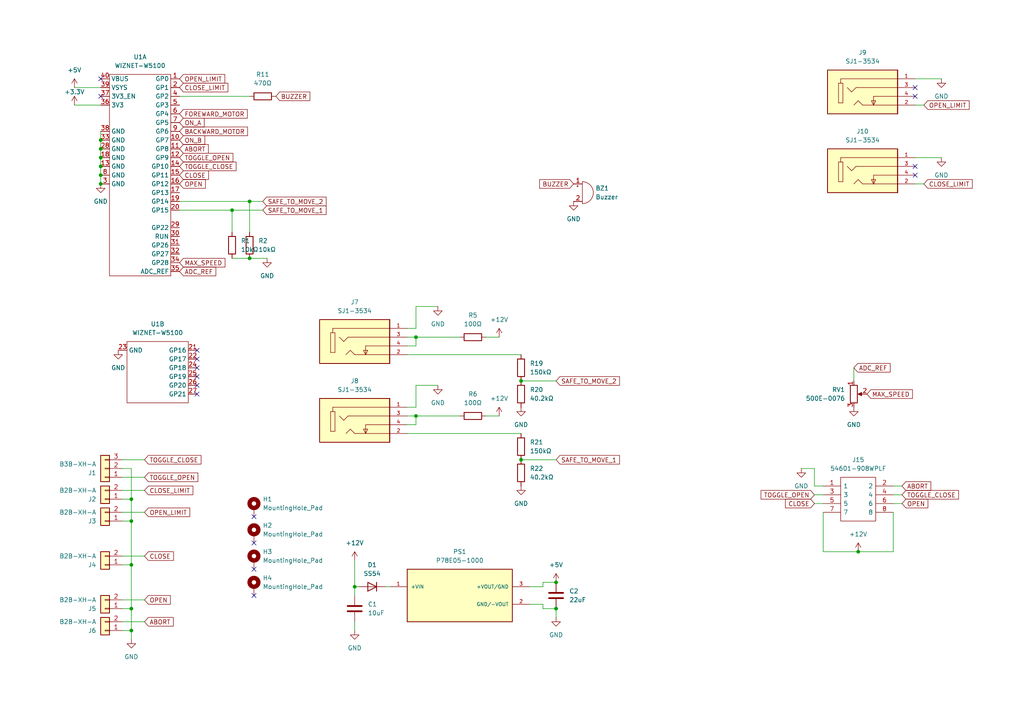
<source format=kicad_sch>
(kicad_sch (version 20211123) (generator eeschema)
  (paper "A4")
  (lib_symbols
    (symbol "01-rickbassham:54601-908WPLF" (pin_names (offset 0.762))
      (property "Reference" "J" (at 16.51 7.62 0))
      (property "Value" "54601-908WPLF" (at 16.51 5.08 0))
      (symbol "54601-908WPLF_0_0"
        (pin passive line (at 0 0 0) (length 5.08) (name "1") (number "1"))
        (pin passive line (at 20.32 0 180) (length 5.08) (name "2") (number "2"))
        (pin passive line (at 0 -2.54 0) (length 5.08) (name "3") (number "3"))
        (pin passive line (at 20.32 -2.54 180) (length 5.08) (name "4") (number "4"))
        (pin passive line (at 0 -5.08 0) (length 5.08) (name "5") (number "5"))
        (pin passive line (at 20.32 -5.08 180) (length 5.08) (name "6") (number "6"))
        (pin passive line (at 0 -7.62 0) (length 5.08) (name "7") (number "7"))
        (pin passive line (at 20.32 -7.62 180) (length 5.08) (name "8") (number "8"))
      )
      (symbol "54601-908WPLF_0_1"
        (polyline (pts (xy 5.08 2.54) (xy 15.24 2.54) (xy 15.24 -10.16) (xy 5.08 -10.16) (xy 5.08 2.54)) (stroke (width 0.1524)))
      )
    )
    (symbol "01-rickbassham:SJ1-3534" (pin_names (offset 1.016) hide)
      (property "Reference" "J" (at -10.16 7.62 0))
      (property "Value" "SJ1-3534" (at -10.16 -12.7 0))
      (symbol "SJ1-3534_0_0"
        (rectangle (start -10.16 -7.62) (end 10.16 5.08) (stroke (width 0.254)) (fill (type background)))
        (polyline (pts (xy -6.985 -4.445) (xy -6.985 1.27)) (stroke (width 0.1524)))
        (polyline (pts (xy -6.985 1.27) (xy -6.35 1.27)) (stroke (width 0.1524)))
        (polyline (pts (xy -6.35 1.27) (xy -5.715 1.27)) (stroke (width 0.1524)))
        (polyline (pts (xy -6.35 2.54) (xy -6.35 1.27)) (stroke (width 0.1524)))
        (polyline (pts (xy -5.715 -4.445) (xy -6.985 -4.445)) (stroke (width 0.1524)))
        (polyline (pts (xy -5.715 1.27) (xy -5.715 -4.445)) (stroke (width 0.1524)))
        (polyline (pts (xy -3.175 -1.27) (xy -4.445 0)) (stroke (width 0.1524)))
        (polyline (pts (xy -1.905 0) (xy -3.175 -1.27)) (stroke (width 0.1524)))
        (polyline (pts (xy -1.27 -3.81) (xy -2.54 -5.08)) (stroke (width 0.1524)))
        (polyline (pts (xy 0 -5.08) (xy -1.27 -3.81)) (stroke (width 0.1524)))
        (polyline (pts (xy 3.175 -5.08) (xy 0 -5.08)) (stroke (width 0.1524)))
        (polyline (pts (xy 3.175 -2.54) (xy 3.175 -5.08)) (stroke (width 0.1524)))
        (polyline (pts (xy 10.16 -7.62) (xy 10.16 5.08)) (stroke (width 0.254)))
        (polyline (pts (xy 10.16 -5.08) (xy 3.175 -5.08)) (stroke (width 0.1524)))
        (polyline (pts (xy 10.16 -2.54) (xy 3.175 -2.54)) (stroke (width 0.1524)))
        (polyline (pts (xy 10.16 0) (xy -1.905 0)) (stroke (width 0.1524)))
        (polyline (pts (xy 10.16 2.54) (xy -6.35 2.54)) (stroke (width 0.1524)))
        (polyline (pts (xy 3.175 -5.08) (xy 2.54 -3.81) (xy 3.81 -3.81) (xy 3.175 -5.08)) (stroke (width 0.1524)) (fill (type background)))
        (pin passive line (at 15.24 2.54 180) (length 5.08) (name "~") (number "1"))
        (pin passive line (at 15.24 -5.08 180) (length 5.08) (name "~") (number "2"))
        (pin passive line (at 15.24 0 180) (length 5.08) (name "~") (number "3"))
        (pin passive line (at 15.24 -2.54 180) (length 5.08) (name "~") (number "4"))
      )
    )
    (symbol "01-rickbassham:WIZNET-W5100"
      (property "Reference" "U" (at 0 0 0))
      (property "Value" "WIZNET-W5100" (at 0 0 0))
      (symbol "WIZNET-W5100_1_1"
        (rectangle (start -8.89 -2.54) (end 8.89 -60.96))
        (pin bidirectional line (at 11.43 -3.81 180) (length 2.54) (name "GP0") (number "1"))
        (pin bidirectional line (at 11.43 -21.59 180) (length 2.54) (name "GP7") (number "10"))
        (pin bidirectional line (at 11.43 -24.13 180) (length 2.54) (name "GP8") (number "11"))
        (pin bidirectional line (at 11.43 -26.67 180) (length 2.54) (name "GP9") (number "12"))
        (pin input line (at -11.43 -29.21 0) (length 2.54) (name "GND") (number "13"))
        (pin bidirectional line (at 11.43 -29.21 180) (length 2.54) (name "GP10") (number "14"))
        (pin bidirectional line (at 11.43 -31.75 180) (length 2.54) (name "GP11") (number "15"))
        (pin bidirectional line (at 11.43 -34.29 180) (length 2.54) (name "GP12") (number "16"))
        (pin bidirectional line (at 11.43 -36.83 180) (length 2.54) (name "GP13") (number "17"))
        (pin input line (at -11.43 -26.67 0) (length 2.54) (name "GND") (number "18"))
        (pin bidirectional line (at 11.43 -39.37 180) (length 2.54) (name "GP14") (number "19"))
        (pin bidirectional line (at 11.43 -6.35 180) (length 2.54) (name "GP1") (number "2"))
        (pin bidirectional line (at 11.43 -41.91 180) (length 2.54) (name "GP15") (number "20"))
        (pin input line (at -11.43 -24.13 0) (length 2.54) (name "GND") (number "28"))
        (pin bidirectional line (at 11.43 -46.99 180) (length 2.54) (name "GP22") (number "29"))
        (pin input line (at -11.43 -34.29 0) (length 2.54) (name "GND") (number "3"))
        (pin bidirectional line (at 11.43 -49.53 180) (length 2.54) (name "RUN") (number "30"))
        (pin bidirectional line (at 11.43 -52.07 180) (length 2.54) (name "GP26") (number "31"))
        (pin bidirectional line (at 11.43 -54.61 180) (length 2.54) (name "GP27") (number "32"))
        (pin input line (at -11.43 -21.59 0) (length 2.54) (name "GND") (number "33"))
        (pin bidirectional line (at 11.43 -57.15 180) (length 2.54) (name "GP28") (number "34"))
        (pin bidirectional line (at 11.43 -59.69 180) (length 2.54) (name "ADC_REF") (number "35"))
        (pin power_out line (at -11.43 -11.43 0) (length 2.54) (name "3V3") (number "36"))
        (pin input line (at -11.43 -8.89 0) (length 2.54) (name "3V3_EN") (number "37"))
        (pin input line (at -11.43 -19.05 0) (length 2.54) (name "GND") (number "38"))
        (pin power_in line (at -11.43 -6.35 0) (length 2.54) (name "VSYS") (number "39"))
        (pin bidirectional line (at 11.43 -8.89 180) (length 2.54) (name "GP2") (number "4"))
        (pin power_in line (at -11.43 -3.81 0) (length 2.54) (name "VBUS") (number "40"))
        (pin bidirectional line (at 11.43 -11.43 180) (length 2.54) (name "GP3") (number "5"))
        (pin bidirectional line (at 11.43 -13.97 180) (length 2.54) (name "GP4") (number "6"))
        (pin bidirectional line (at 11.43 -16.51 180) (length 2.54) (name "GP5") (number "7"))
        (pin input line (at -11.43 -31.75 0) (length 2.54) (name "GND") (number "8"))
        (pin bidirectional line (at 11.43 -19.05 180) (length 2.54) (name "GP6") (number "9"))
      )
      (symbol "WIZNET-W5100_2_1"
        (rectangle (start -8.89 -3.81) (end 8.89 -21.59))
        (pin bidirectional line (at 11.43 -6.35 180) (length 2.54) (name "GP16") (number "21"))
        (pin bidirectional line (at 11.43 -8.89 180) (length 2.54) (name "GP17") (number "22"))
        (pin input line (at -11.43 -6.35 0) (length 2.54) (name "GND") (number "23"))
        (pin bidirectional line (at 11.43 -11.43 180) (length 2.54) (name "GP18") (number "24"))
        (pin bidirectional line (at 11.43 -13.97 180) (length 2.54) (name "GP19") (number "25"))
        (pin bidirectional line (at 11.43 -16.51 180) (length 2.54) (name "GP20") (number "26"))
        (pin bidirectional line (at 11.43 -19.05 180) (length 2.54) (name "GP21") (number "27"))
      )
    )
    (symbol "Connector_Generic:Conn_01x02" (pin_names (offset 1.016) hide)
      (property "Reference" "J" (at 0 2.54 0))
      (property "Value" "Conn_01x02" (at 0 -5.08 0))
      (symbol "Conn_01x02_1_1"
        (rectangle (start -1.27 -2.413) (end 0 -2.667) (stroke (width 0.1524)))
        (rectangle (start -1.27 0.127) (end 0 -0.127) (stroke (width 0.1524)))
        (rectangle (start -1.27 1.27) (end 1.27 -3.81) (stroke (width 0.254)) (fill (type background)))
        (pin passive line (at -5.08 0 0) (length 3.81) (name "Pin_1") (number "1"))
        (pin passive line (at -5.08 -2.54 0) (length 3.81) (name "Pin_2") (number "2"))
      )
    )
    (symbol "Connector_Generic:Conn_01x03" (pin_names (offset 1.016) hide)
      (property "Reference" "J" (at 0 5.08 0))
      (property "Value" "Conn_01x03" (at 0 -5.08 0))
      (symbol "Conn_01x03_1_1"
        (rectangle (start -1.27 -2.413) (end 0 -2.667) (stroke (width 0.1524)))
        (rectangle (start -1.27 0.127) (end 0 -0.127) (stroke (width 0.1524)))
        (rectangle (start -1.27 2.667) (end 0 2.413) (stroke (width 0.1524)))
        (rectangle (start -1.27 3.81) (end 1.27 -3.81) (stroke (width 0.254)) (fill (type background)))
        (pin passive line (at -5.08 2.54 0) (length 3.81) (name "Pin_1") (number "1"))
        (pin passive line (at -5.08 0 0) (length 3.81) (name "Pin_2") (number "2"))
        (pin passive line (at -5.08 -2.54 0) (length 3.81) (name "Pin_3") (number "3"))
      )
    )
    (symbol "Device:Buzzer" (pin_names (offset 0.0254) hide)
      (property "Reference" "BZ" (at 3.81 1.27 0))
      (property "Value" "Buzzer" (at 3.81 -1.27 0))
      (symbol "Buzzer_0_1"
        (arc (start 0 -3.175) (mid 3.175 0) (end 0 3.175))
        (polyline (pts (xy -1.651 1.905) (xy -1.143 1.905)))
        (polyline (pts (xy -1.397 2.159) (xy -1.397 1.651)))
        (polyline (pts (xy 0 3.175) (xy 0 -3.175)))
      )
      (symbol "Buzzer_1_1"
        (pin passive line (at -2.54 2.54 0) (length 2.54) (name "-") (number "1"))
        (pin passive line (at -2.54 -2.54 0) (length 2.54) (name "+") (number "2"))
      )
    )
    (symbol "Device:C" (pin_numbers hide) (pin_names (offset 0.254))
      (property "Reference" "C" (at 0.635 2.54 0))
      (property "Value" "C" (at 0.635 -2.54 0))
      (symbol "C_0_1"
        (polyline (pts (xy -2.032 -0.762) (xy 2.032 -0.762)) (stroke (width 0.508)))
        (polyline (pts (xy -2.032 0.762) (xy 2.032 0.762)) (stroke (width 0.508)))
      )
      (symbol "C_1_1"
        (pin passive line (at 0 3.81 270) (length 2.794) (name "~") (number "1"))
        (pin passive line (at 0 -3.81 90) (length 2.794) (name "~") (number "2"))
      )
    )
    (symbol "Device:R" (pin_numbers hide) (pin_names (offset 0))
      (property "Reference" "R" (at 2.032 0 90))
      (property "Value" "R" (at 0 0 90))
      (symbol "R_0_1"
        (rectangle (start -1.016 -2.54) (end 1.016 2.54) (stroke (width 0.254)))
      )
      (symbol "R_1_1"
        (pin passive line (at 0 3.81 270) (length 1.27) (name "~") (number "1"))
        (pin passive line (at 0 -3.81 90) (length 1.27) (name "~") (number "2"))
      )
    )
    (symbol "Device:R_Potentiometer" (pin_names (offset 1.016) hide)
      (property "Reference" "RV" (at -4.445 0 90))
      (property "Value" "R_Potentiometer" (at -2.54 0 90))
      (symbol "R_Potentiometer_0_1"
        (polyline (pts (xy 2.54 0) (xy 1.524 0)))
        (polyline (pts (xy 1.143 0) (xy 2.286 0.508) (xy 2.286 -0.508) (xy 1.143 0)) (fill (type outline)))
        (rectangle (start 1.016 2.54) (end -1.016 -2.54) (stroke (width 0.254)))
      )
      (symbol "R_Potentiometer_1_1"
        (pin passive line (at 0 3.81 270) (length 1.27) (name "1") (number "1"))
        (pin passive line (at 3.81 0 180) (length 1.27) (name "2") (number "2"))
        (pin passive line (at 0 -3.81 90) (length 1.27) (name "3") (number "3"))
      )
    )
    (symbol "Diode:1N4001" (pin_numbers hide) (pin_names (offset 1.016) hide)
      (property "Reference" "D" (at 0 2.54 0))
      (property "Value" "1N4001" (at 0 -2.54 0))
      (symbol "1N4001_0_1"
        (polyline (pts (xy -1.27 1.27) (xy -1.27 -1.27)) (stroke (width 0.254)))
        (polyline (pts (xy 1.27 0) (xy -1.27 0)))
        (polyline (pts (xy 1.27 1.27) (xy 1.27 -1.27) (xy -1.27 0) (xy 1.27 1.27)) (stroke (width 0.254)))
      )
      (symbol "1N4001_1_1"
        (pin passive line (at -3.81 0 0) (length 2.54) (name "K") (number "1"))
        (pin passive line (at 3.81 0 180) (length 2.54) (name "A") (number "2"))
      )
    )
    (symbol "Mechanical:MountingHole_Pad" (pin_numbers hide) (pin_names (offset 1.016) hide)
      (property "Reference" "H" (at 0 6.35 0))
      (property "Value" "MountingHole_Pad" (at 0 4.445 0))
      (symbol "MountingHole_Pad_0_1"
        (circle (center 0 1.27) (radius 1.27) (stroke (width 1.27)))
      )
      (symbol "MountingHole_Pad_1_1"
        (pin input line (at 0 -2.54 90) (length 2.54) (name "1") (number "1"))
      )
    )
    (symbol "power:+12V" (power) (pin_names (offset 0))
      (property "Value" "+12V" (at 0 3.556 0))
      (symbol "+12V_0_1"
        (polyline (pts (xy -0.762 1.27) (xy 0 2.54)))
        (polyline (pts (xy 0 0) (xy 0 2.54)))
        (polyline (pts (xy 0 2.54) (xy 0.762 1.27)))
      )
      (symbol "+12V_1_1"
        (pin power_in line (at 0 0 90) (length 0) hide (name "+12V") (number "1"))
      )
    )
    (symbol "power:+3.3V" (power) (pin_names (offset 0))
      (property "Value" "+3.3V" (at 0 3.556 0))
      (symbol "+3.3V_0_1"
        (polyline (pts (xy -0.762 1.27) (xy 0 2.54)))
        (polyline (pts (xy 0 0) (xy 0 2.54)))
        (polyline (pts (xy 0 2.54) (xy 0.762 1.27)))
      )
      (symbol "+3.3V_1_1"
        (pin power_in line (at 0 0 90) (length 0) hide (name "+3.3V") (number "1"))
      )
    )
    (symbol "power:+5V" (power) (pin_names (offset 0))
      (property "Value" "+5V" (at 0 3.556 0))
      (symbol "+5V_0_1"
        (polyline (pts (xy -0.762 1.27) (xy 0 2.54)))
        (polyline (pts (xy 0 0) (xy 0 2.54)))
        (polyline (pts (xy 0 2.54) (xy 0.762 1.27)))
      )
      (symbol "+5V_1_1"
        (pin power_in line (at 0 0 90) (length 0) hide (name "+5V") (number "1"))
      )
    )
    (symbol "power:GND" (power) (pin_names (offset 0))
      (property "Value" "GND" (at 0 -3.81 0))
      (symbol "GND_0_1"
        (polyline (pts (xy 0 0) (xy 0 -1.27) (xy 1.27 -1.27) (xy 0 -2.54) (xy -1.27 -1.27) (xy 0 -1.27)))
      )
      (symbol "GND_1_1"
        (pin power_in line (at 0 0 270) (length 0) hide (name "GND") (number "1"))
      )
    )
    (symbol "w5100s-evb-pico:P78E05-1000" (pin_names (offset 1.016))
      (property "Reference" "PS" (at -15.24 7.62 0))
      (property "Value" "P78E05-1000" (at -15.24 -10.16 0))
      (symbol "P78E05-1000_0_0"
        (rectangle (start -15.24 -7.62) (end 15.24 7.62) (stroke (width 0.254)) (fill (type background)))
        (pin input line (at -20.32 2.54 0) (length 5.08) (name "+VIN") (number "1"))
        (pin power_in line (at 20.32 -2.54 180) (length 5.08) (name "GND/-VOUT") (number "2"))
        (pin power_in line (at 20.32 2.54 180) (length 5.08) (name "+VOUT/GND") (number "3"))
      )
    )
  )
  (junction (at 29.21 53.34))
  (junction (at 72.39 58.42))
  (junction (at 161.29 176.53))
  (junction (at 29.21 48.26))
  (junction (at 29.21 43.18))
  (junction (at 29.21 45.72))
  (junction (at 38.1 163.83))
  (junction (at 102.87 170.18))
  (junction (at 38.1 144.78))
  (junction (at 151.13 133.35))
  (junction (at 29.21 40.64))
  (junction (at 161.29 168.91))
  (junction (at 120.65 120.65))
  (junction (at 67.31 60.96))
  (junction (at 29.21 50.8))
  (junction (at 38.1 176.53))
  (junction (at 38.1 151.13))
  (junction (at 151.13 110.49))
  (junction (at 248.92 160.02))
  (junction (at 120.65 97.79))
  (junction (at 72.39 74.93))
  (junction (at 38.1 182.88))
  (no_connect (at 265.43 27.94))
  (no_connect (at 29.21 22.86))
  (no_connect (at 29.21 27.94))
  (no_connect (at 73.66 157.48))
  (no_connect (at 265.43 25.4))
  (no_connect (at 73.66 165.1))
  (no_connect (at 57.15 114.3))
  (no_connect (at 57.15 109.22))
  (no_connect (at 57.15 111.76))
  (no_connect (at 57.15 101.6))
  (no_connect (at 57.15 106.68))
  (no_connect (at 57.15 104.14))
  (no_connect (at 265.43 48.26))
  (no_connect (at 73.66 172.72))
  (no_connect (at 265.43 50.8))
  (no_connect (at 73.66 149.86))
  (wire (pts (xy 35.56 173.99) (xy 41.91 173.99)))
  (wire (pts (xy 151.13 133.35) (xy 161.29 133.35)))
  (wire (pts (xy 265.43 30.48) (xy 267.97 30.48)))
  (wire (pts (xy 118.11 102.87) (xy 151.13 102.87)))
  (wire (pts (xy 265.43 22.86) (xy 273.05 22.86)))
  (wire (pts (xy 38.1 144.78) (xy 38.1 151.13)))
  (wire (pts (xy 259.08 146.05) (xy 261.62 146.05)))
  (wire (pts (xy 259.08 143.51) (xy 261.62 143.51)))
  (wire (pts (xy 72.39 58.42) (xy 76.2 58.42)))
  (wire (pts (xy 35.56 135.89) (xy 38.1 135.89)))
  (wire (pts (xy 118.11 125.73) (xy 151.13 125.73)))
  (wire (pts (xy 38.1 182.88) (xy 38.1 185.42)))
  (wire (pts (xy 118.11 123.19) (xy 120.65 123.19)))
  (wire (pts (xy 120.65 120.65) (xy 133.35 120.65)))
  (wire (pts (xy 265.43 53.34) (xy 267.97 53.34)))
  (wire (pts (xy 29.21 43.18) (xy 29.21 45.72)))
  (wire (pts (xy 29.21 45.72) (xy 29.21 48.26)))
  (wire (pts (xy 29.21 38.1) (xy 29.21 40.64)))
  (wire (pts (xy 120.65 97.79) (xy 133.35 97.79)))
  (wire (pts (xy 35.56 148.59) (xy 41.91 148.59)))
  (wire (pts (xy 102.87 180.34) (xy 102.87 182.88)))
  (wire (pts (xy 72.39 74.93) (xy 77.47 74.93)))
  (wire (pts (xy 118.11 97.79) (xy 120.65 97.79)))
  (wire (pts (xy 236.22 146.05) (xy 238.76 146.05)))
  (wire (pts (xy 265.43 45.72) (xy 273.05 45.72)))
  (wire (pts (xy 120.65 123.19) (xy 120.65 120.65)))
  (wire (pts (xy 118.11 118.11) (xy 120.65 118.11)))
  (wire (pts (xy 153.67 175.26) (xy 157.48 175.26)))
  (wire (pts (xy 118.11 95.25) (xy 120.65 95.25)))
  (wire (pts (xy 161.29 176.53) (xy 161.29 179.07)))
  (wire (pts (xy 157.48 168.91) (xy 161.29 168.91)))
  (wire (pts (xy 35.56 161.29) (xy 41.91 161.29)))
  (wire (pts (xy 157.48 170.18) (xy 157.48 168.91)))
  (wire (pts (xy 35.56 142.24) (xy 41.91 142.24)))
  (wire (pts (xy 157.48 175.26) (xy 157.48 176.53)))
  (wire (pts (xy 238.76 160.02) (xy 248.92 160.02)))
  (wire (pts (xy 35.56 182.88) (xy 38.1 182.88)))
  (wire (pts (xy 35.56 163.83) (xy 38.1 163.83)))
  (wire (pts (xy 52.07 27.94) (xy 72.39 27.94)))
  (wire (pts (xy 140.97 120.65) (xy 144.78 120.65)))
  (wire (pts (xy 67.31 60.96) (xy 76.2 60.96)))
  (wire (pts (xy 120.65 111.76) (xy 127 111.76)))
  (wire (pts (xy 120.65 88.9) (xy 127 88.9)))
  (wire (pts (xy 236.22 140.97) (xy 238.76 140.97)))
  (wire (pts (xy 38.1 163.83) (xy 38.1 176.53)))
  (wire (pts (xy 35.56 151.13) (xy 38.1 151.13)))
  (wire (pts (xy 259.08 140.97) (xy 261.62 140.97)))
  (wire (pts (xy 120.65 100.33) (xy 120.65 97.79)))
  (wire (pts (xy 38.1 135.89) (xy 38.1 144.78)))
  (wire (pts (xy 236.22 143.51) (xy 238.76 143.51)))
  (wire (pts (xy 29.21 40.64) (xy 29.21 43.18)))
  (wire (pts (xy 120.65 95.25) (xy 120.65 88.9)))
  (wire (pts (xy 238.76 148.59) (xy 238.76 160.02)))
  (wire (pts (xy 35.56 133.35) (xy 41.91 133.35)))
  (wire (pts (xy 157.48 176.53) (xy 161.29 176.53)))
  (wire (pts (xy 153.67 170.18) (xy 157.48 170.18)))
  (wire (pts (xy 144.78 97.79) (xy 140.97 97.79)))
  (wire (pts (xy 35.56 144.78) (xy 38.1 144.78)))
  (wire (pts (xy 52.07 60.96) (xy 67.31 60.96)))
  (wire (pts (xy 38.1 176.53) (xy 38.1 182.88)))
  (wire (pts (xy 67.31 74.93) (xy 72.39 74.93)))
  (wire (pts (xy 102.87 170.18) (xy 102.87 172.72)))
  (wire (pts (xy 35.56 138.43) (xy 41.91 138.43)))
  (wire (pts (xy 29.21 50.8) (xy 29.21 53.34)))
  (wire (pts (xy 21.59 30.48) (xy 29.21 30.48)))
  (wire (pts (xy 236.22 140.97) (xy 236.22 135.89)))
  (wire (pts (xy 118.11 120.65) (xy 120.65 120.65)))
  (wire (pts (xy 259.08 148.59) (xy 259.08 160.02)))
  (wire (pts (xy 67.31 60.96) (xy 67.31 67.31)))
  (wire (pts (xy 52.07 58.42) (xy 72.39 58.42)))
  (wire (pts (xy 120.65 118.11) (xy 120.65 111.76)))
  (wire (pts (xy 29.21 48.26) (xy 29.21 50.8)))
  (wire (pts (xy 118.11 100.33) (xy 120.65 100.33)))
  (wire (pts (xy 151.13 110.49) (xy 161.29 110.49)))
  (wire (pts (xy 102.87 162.56) (xy 102.87 170.18)))
  (wire (pts (xy 35.56 180.34) (xy 41.91 180.34)))
  (wire (pts (xy 111.76 170.18) (xy 113.03 170.18)))
  (wire (pts (xy 38.1 151.13) (xy 38.1 163.83)))
  (wire (pts (xy 35.56 176.53) (xy 38.1 176.53)))
  (wire (pts (xy 236.22 135.89) (xy 232.41 135.89)))
  (wire (pts (xy 248.92 160.02) (xy 259.08 160.02)))
  (wire (pts (xy 21.59 25.4) (xy 29.21 25.4)))
  (wire (pts (xy 104.14 170.18) (xy 102.87 170.18)))
  (wire (pts (xy 72.39 58.42) (xy 72.39 67.31)))
  (wire (pts (xy 247.65 106.68) (xy 247.65 110.49)))
  (global_label "FOREWARD_MOTOR" (shape input) (at 52.07 33.02 0) (property "Intersheet References" "${INTERSHEET_REFS}" (effects hide)))
  (global_label "TOGGLE_CLOSE" (shape input) (at 52.07 48.26 0) (property "Intersheet References" "${INTERSHEET_REFS}" (effects hide)))
  (global_label "OPEN" (shape input) (at 261.62 146.05 0) (property "Intersheet References" "${INTERSHEET_REFS}" (effects hide)))
  (global_label "ON_B" (shape input) (at 52.07 40.64 0) (property "Intersheet References" "${INTERSHEET_REFS}" (effects hide)))
  (global_label "ON_A" (shape input) (at 52.07 35.56 0) (property "Intersheet References" "${INTERSHEET_REFS}" (effects hide)))
  (global_label "CLOSE" (shape input) (at 236.22 146.05 180) (property "Intersheet References" "${INTERSHEET_REFS}" (effects hide)))
  (global_label "BUZZER" (shape input) (at 80.01 27.94 0) (property "Intersheet References" "${INTERSHEET_REFS}" (effects hide)))
  (global_label "BUZZER" (shape input) (at 166.37 53.34 180) (property "Intersheet References" "${INTERSHEET_REFS}" (effects hide)))
  (global_label "TOGGLE_CLOSE" (shape input) (at 41.91 133.35 0) (property "Intersheet References" "${INTERSHEET_REFS}" (effects hide)))
  (global_label "ABORT" (shape input) (at 52.07 43.18 0) (property "Intersheet References" "${INTERSHEET_REFS}" (effects hide)))
  (global_label "SAFE_TO_MOVE_2" (shape input) (at 76.2 58.42 0) (property "Intersheet References" "${INTERSHEET_REFS}" (effects hide)))
  (global_label "ABORT" (shape input) (at 41.91 180.34 0) (property "Intersheet References" "${INTERSHEET_REFS}" (effects hide)))
  (global_label "TOGGLE_CLOSE" (shape input) (at 261.62 143.51 0) (property "Intersheet References" "${INTERSHEET_REFS}" (effects hide)))
  (global_label "OPEN_LIMIT" (shape input) (at 267.97 30.48 0) (property "Intersheet References" "${INTERSHEET_REFS}" (effects hide)))
  (global_label "CLOSE_LIMIT" (shape input) (at 41.91 142.24 0) (property "Intersheet References" "${INTERSHEET_REFS}" (effects hide)))
  (global_label "OPEN" (shape input) (at 52.07 53.34 0) (property "Intersheet References" "${INTERSHEET_REFS}" (effects hide)))
  (global_label "OPEN_LIMIT" (shape input) (at 41.91 148.59 0) (property "Intersheet References" "${INTERSHEET_REFS}" (effects hide)))
  (global_label "MAX_SPEED" (shape input) (at 251.46 114.3 0) (property "Intersheet References" "${INTERSHEET_REFS}" (effects hide)))
  (global_label "OPEN_LIMIT" (shape input) (at 52.07 22.86 0) (property "Intersheet References" "${INTERSHEET_REFS}" (effects hide)))
  (global_label "CLOSE_LIMIT" (shape input) (at 267.97 53.34 0) (property "Intersheet References" "${INTERSHEET_REFS}" (effects hide)))
  (global_label "ADC_REF" (shape input) (at 52.07 78.74 0) (property "Intersheet References" "${INTERSHEET_REFS}" (effects hide)))
  (global_label "ADC_REF" (shape input) (at 247.65 106.68 0) (property "Intersheet References" "${INTERSHEET_REFS}" (effects hide)))
  (global_label "OPEN" (shape input) (at 41.91 173.99 0) (property "Intersheet References" "${INTERSHEET_REFS}" (effects hide)))
  (global_label "TOGGLE_OPEN" (shape input) (at 236.22 143.51 180) (property "Intersheet References" "${INTERSHEET_REFS}" (effects hide)))
  (global_label "CLOSE" (shape input) (at 52.07 50.8 0) (property "Intersheet References" "${INTERSHEET_REFS}" (effects hide)))
  (global_label "MAX_SPEED" (shape input) (at 52.07 76.2 0) (property "Intersheet References" "${INTERSHEET_REFS}" (effects hide)))
  (global_label "TOGGLE_OPEN" (shape input) (at 52.07 45.72 0) (property "Intersheet References" "${INTERSHEET_REFS}" (effects hide)))
  (global_label "SAFE_TO_MOVE_1" (shape input) (at 76.2 60.96 0) (property "Intersheet References" "${INTERSHEET_REFS}" (effects hide)))
  (global_label "SAFE_TO_MOVE_2" (shape input) (at 161.29 110.49 0) (property "Intersheet References" "${INTERSHEET_REFS}" (effects hide)))
  (global_label "CLOSE" (shape input) (at 41.91 161.29 0) (property "Intersheet References" "${INTERSHEET_REFS}" (effects hide)))
  (global_label "BACKWARD_MOTOR" (shape input) (at 52.07 38.1 0) (property "Intersheet References" "${INTERSHEET_REFS}" (effects hide)))
  (global_label "CLOSE_LIMIT" (shape input) (at 52.07 25.4 0) (property "Intersheet References" "${INTERSHEET_REFS}" (effects hide)))
  (global_label "TOGGLE_OPEN" (shape input) (at 41.91 138.43 0) (property "Intersheet References" "${INTERSHEET_REFS}" (effects hide)))
  (global_label "SAFE_TO_MOVE_1" (shape input) (at 161.29 133.35 0) (property "Intersheet References" "${INTERSHEET_REFS}" (effects hide)))
  (global_label "ABORT" (shape input) (at 261.62 140.97 0) (property "Intersheet References" "${INTERSHEET_REFS}" (effects hide)))
  (symbol (lib_id "Mechanical:MountingHole_Pad") (at 73.66 147.32 0) (unit 1)
    (property "Reference" "H1" (at 76.2 144.7799 0) (effects (justify left)))
    (property "Value" "MountingHole_Pad" (at 76.2 147.3199 0) (effects (justify left)))
    (property "Footprint" "MountingHole:MountingHole_3.2mm_M3_DIN965_Pad" (effects hide))
  )
  (symbol (lib_id "w5100s-evb-pico:P78E05-1000") (at 133.35 172.72 0) (unit 1)
    (property "Reference" "PS1" (at 133.35 160.02 0))
    (property "Value" "P78E05-1000" (at 133.35 162.56 0))
    (property "Footprint" "01-rickbassham:CONV_P78E05-1000" (effects hide))
    (property "Datasheet" "https://www.cui.com/product/resource/digikeypdf/P78E-1000.pdf" (effects hide))
    (property "PurchaseLink" "https://www.digikey.com/en/products/detail/cui-inc/P78E05-1000/9649654" (effects hide))
    (property "Manufacturer Part" "P78E05-1000" (effects hide))
    (property "DigiKey Part" "102-5018-ND" (effects hide))
  )
  (symbol (lib_id "power:GND") (at 166.37 58.42 0) (unit 1)
    (property "Reference" "#PWR0114" (effects hide))
    (property "Value" "GND" (at 166.37 63.5 0))
  )
  (symbol (lib_id "Connector_Generic:Conn_01x02") (at 30.48 163.83 180) (unit 1)
    (property "Reference" "J4" (at 27.94 163.8301 0) (effects (justify left)))
    (property "Value" "B2B-XH-A" (at 27.94 161.2901 0) (effects (justify left)))
    (property "Footprint" "Connector_JST:JST_XH_B2B-XH-A_1x02_P2.50mm_Vertical" (effects hide))
    (property "Datasheet" "https://www.jst-mfg.com/product/pdf/eng/eXH.pdf" (effects hide))
    (property "PurchaseLink" "https://www.digikey.com/en/products/detail/jst-sales-america-inc/B2B-XH-A-LF-SN/1651045" (effects hide))
    (property "Manufacturer Part" "B2B-XH-A(LF)(SN)" (effects hide))
    (property "DigiKey Part" "455-2247-ND" (effects hide))
  )
  (symbol (lib_id "Mechanical:MountingHole_Pad") (at 73.66 162.56 0) (unit 1)
    (property "Reference" "H3" (at 76.2 160.0199 0) (effects (justify left)))
    (property "Value" "MountingHole_Pad" (at 76.2 162.5599 0) (effects (justify left)))
    (property "Footprint" "MountingHole:MountingHole_3.2mm_M3_DIN965_Pad" (effects hide))
  )
  (symbol (lib_id "01-rickbassham:SJ1-3534") (at 102.87 97.79 0) (unit 1)
    (property "Reference" "J7" (at 102.87 87.63 0))
    (property "Value" "SJ1-3534" (at 102.87 90.17 0))
    (property "Footprint" "01-rickbassham:CUI_SJ1-3534" (effects hide))
    (property "Datasheet" "https://www.cuidevices.com/product/resource/sj1-353x-series.pdf" (effects hide))
    (property "PurchaseLink" "https://www.digikey.com/en/products/detail/cui-devices/SJ1-3534/738694" (effects hide))
    (property "Manufacturer Part" "SJ1-3534" (effects hide))
    (property "DigiKey Part" "CP1-3534-ND" (effects hide))
  )
  (symbol (lib_id "01-rickbassham:SJ1-3534") (at 250.19 48.26 0) (unit 1)
    (property "Reference" "J10" (at 250.19 38.1 0))
    (property "Value" "SJ1-3534" (at 250.19 40.64 0))
    (property "Footprint" "01-rickbassham:CUI_SJ1-3534" (effects hide))
    (property "Datasheet" "https://www.cuidevices.com/product/resource/sj1-353x-series.pdf" (effects hide))
    (property "PurchaseLink" "https://www.digikey.com/en/products/detail/cui-devices/SJ1-3534/738694" (effects hide))
    (property "Manufacturer Part" "SJ1-3534" (effects hide))
    (property "DigiKey Part" "CP1-3534-ND" (effects hide))
  )
  (symbol (lib_id "01-rickbassham:54601-908WPLF") (at 238.76 140.97 0) (unit 1)
    (property "Reference" "J15" (at 248.92 133.35 0))
    (property "Value" "54601-908WPLF" (at 248.92 135.89 0))
    (property "Footprint" "01-rickbassham:54601908WPLF" (effects hide))
    (property "Datasheet" "https://cdn.amphenol-cs.com/media/wysiwyg/files/documentation/datasheet/inputoutput/io_modularjack.pdf" (effects hide))
    (property "PurchaseLink" "https://www.digikey.com/en/products/detail/amphenol-cs-fci/54601-908WPLF/1488544" (effects hide))
    (property "Manufacturer Part" "54601-908WPLF" (effects hide))
    (property "DigiKey Part" "609-5081-ND" (effects hide))
  )
  (symbol (lib_id "Device:C") (at 161.29 172.72 0) (unit 1)
    (property "Reference" "C2" (at 165.1 171.4499 0) (effects (justify left)))
    (property "Value" "22uF" (at 165.1 173.9899 0) (effects (justify left)))
    (property "Footprint" "Capacitor_SMD:C_0603_1608Metric" (effects hide))
    (property "DigiKey Part" "445-173294-1-ND" (effects hide))
    (property "Manufacturer Part" "FG20X7R1C226MRT06" (effects hide))
    (property "PurchaseLink" "https://www.digikey.com/en/products/detail/tdk-corporation/FG20X7R1C226MRT06/5802908" (effects hide))
    (property "LCSC" "C84419" (effects hide))
  )
  (symbol (lib_id "01-rickbassham:SJ1-3534") (at 102.87 120.65 0) (unit 1)
    (property "Reference" "J8" (at 102.87 110.49 0))
    (property "Value" "SJ1-3534" (at 102.87 113.03 0))
    (property "Footprint" "01-rickbassham:CUI_SJ1-3534" (effects hide))
    (property "Datasheet" "https://www.cuidevices.com/product/resource/sj1-353x-series.pdf" (effects hide))
    (property "PurchaseLink" "https://www.digikey.com/en/products/detail/cui-devices/SJ1-3534/738694" (effects hide))
    (property "Manufacturer Part" "SJ1-3534" (effects hide))
    (property "DigiKey Part" "CP1-3534-ND" (effects hide))
  )
  (symbol (lib_id "power:GND") (at 29.21 53.34 0) (unit 1)
    (property "Reference" "#PWR0112" (effects hide))
    (property "Value" "GND" (at 29.21 58.42 0))
  )
  (symbol (lib_id "Device:R") (at 151.13 114.3 180) (unit 1)
    (property "Reference" "R20" (at 153.67 113.0299 0) (effects (justify right)))
    (property "Value" "40.2kΩ" (at 153.67 115.5699 0) (effects (justify right)))
    (property "Footprint" "Resistor_SMD:R_0603_1608Metric" (effects hide))
    (property "LCSC" "C137723" (effects hide))
  )
  (symbol (lib_id "Device:Buzzer") (at 168.91 55.88 0) (unit 1)
    (property "Reference" "BZ1" (at 172.72 54.6099 0) (effects (justify left)))
    (property "Value" "Buzzer" (at 172.72 57.1499 0) (effects (justify left)))
    (property "Footprint" "01-rickbassham:AI-3035-TWT-3V-R" (effects hide))
    (property "Datasheet" "https://api.puiaudio.com/file/bd394950-896c-473e-be1e-e792110a9127.pdf" (effects hide))
    (property "DigiKey Part" "668-1204-ND" (effects hide))
    (property "Manufacturer Part" "AI-3035-TWT-3V-R" (effects hide))
    (property "PurchaseLink" "https://www.digikey.com/en/products/detail/pui-audio-inc/AI-3035-TWT-3V-R/1745457" (effects hide))
  )
  (symbol (lib_id "Connector_Generic:Conn_01x03") (at 30.48 135.89 180) (unit 1)
    (property "Reference" "J1" (at 27.94 137.1601 0) (effects (justify left)))
    (property "Value" "B3B-XH-A" (at 27.94 134.6201 0) (effects (justify left)))
    (property "Footprint" "Connector_JST:JST_XH_B3B-XH-A_1x03_P2.50mm_Vertical" (effects hide))
    (property "Datasheet" "https://www.jst-mfg.com/product/pdf/eng/eXH.pdf" (effects hide))
    (property "PurchaseLink" "https://www.digikey.com/en/products/detail/jst-sales-america-inc/B3B-XH-A-LF-SN/1651046" (effects hide))
    (property "Manufacturer Part" "B3B-XH-A(LF)(SN)" (effects hide))
    (property "DigiKey Part" "455-2248-ND" (effects hide))
  )
  (symbol (lib_id "power:GND") (at 247.65 118.11 0) (unit 1)
    (property "Reference" "#PWR0117" (effects hide))
    (property "Value" "GND" (at 247.65 123.19 0))
  )
  (symbol (lib_id "power:+12V") (at 144.78 120.65 0) (unit 1)
    (property "Reference" "#PWR0129" (effects hide))
    (property "Value" "+12V" (at 144.78 115.57 0))
  )
  (symbol (lib_id "Mechanical:MountingHole_Pad") (at 73.66 170.18 0) (unit 1)
    (property "Reference" "H4" (at 76.2 167.6399 0) (effects (justify left)))
    (property "Value" "MountingHole_Pad" (at 76.2 170.1799 0) (effects (justify left)))
    (property "Footprint" "MountingHole:MountingHole_3.2mm_M3_DIN965_Pad" (effects hide))
  )
  (symbol (lib_id "power:+5V") (at 161.29 168.91 0) (unit 1)
    (property "Reference" "#PWR015" (effects hide))
    (property "Value" "+5V" (at 161.29 163.83 0))
  )
  (symbol (lib_id "01-rickbassham:SJ1-3534") (at 250.19 25.4 0) (unit 1)
    (property "Reference" "J9" (at 250.19 15.24 0))
    (property "Value" "SJ1-3534" (at 250.19 17.78 0))
    (property "Footprint" "01-rickbassham:CUI_SJ1-3534" (effects hide))
    (property "Datasheet" "https://www.cuidevices.com/product/resource/sj1-353x-series.pdf" (effects hide))
    (property "PurchaseLink" "https://www.digikey.com/en/products/detail/cui-devices/SJ1-3534/738694" (effects hide))
    (property "Manufacturer Part" "SJ1-3534" (effects hide))
    (property "DigiKey Part" "CP1-3534-ND" (effects hide))
  )
  (symbol (lib_id "Device:R") (at 76.2 27.94 90) (unit 1)
    (property "Reference" "R11" (at 76.2 21.59 90))
    (property "Value" "470Ω" (at 76.2 24.13 90))
    (property "Footprint" "Resistor_SMD:R_0603_1608Metric" (effects hide))
    (property "Datasheet" "https://www.vishay.com/docs/28766/mbxsma.pdf" (effects hide))
    (property "PurchaseLink" "https://www.digikey.com/en/products/detail/vishay-beyschlag-draloric-bc-components/MBA02040C4700FRP00/333739" (effects hide))
    (property "Manufacturer Part" "MBA02040C4700FRP00" (effects hide))
    (property "DigiKey Part" "BC3516CT-ND" (effects hide))
    (property "LCSC" "C23179" (effects hide))
  )
  (symbol (lib_id "power:+12V") (at 102.87 162.56 0) (unit 1)
    (property "Reference" "#PWR0108" (effects hide))
    (property "Value" "+12V" (at 102.87 157.48 0))
  )
  (symbol (lib_id "Connector_Generic:Conn_01x02") (at 30.48 182.88 180) (unit 1)
    (property "Reference" "J6" (at 27.94 182.8801 0) (effects (justify left)))
    (property "Value" "B2B-XH-A" (at 27.94 180.3401 0) (effects (justify left)))
    (property "Footprint" "Connector_JST:JST_XH_B2B-XH-A_1x02_P2.50mm_Vertical" (effects hide))
    (property "Datasheet" "https://www.jst-mfg.com/product/pdf/eng/eXH.pdf" (effects hide))
    (property "PurchaseLink" "https://www.digikey.com/en/products/detail/jst-sales-america-inc/B2B-XH-A-LF-SN/1651045" (effects hide))
    (property "Manufacturer Part" "B2B-XH-A(LF)(SN)" (effects hide))
    (property "DigiKey Part" "455-2247-ND" (effects hide))
  )
  (symbol (lib_id "power:+12V") (at 144.78 97.79 0) (unit 1)
    (property "Reference" "#PWR0128" (effects hide))
    (property "Value" "+12V" (at 144.78 92.71 0))
  )
  (symbol (lib_id "power:GND") (at 38.1 185.42 0) (unit 1)
    (property "Reference" "#PWR0104" (effects hide))
    (property "Value" "GND" (at 38.1 190.5 0))
  )
  (symbol (lib_id "power:GND") (at 273.05 22.86 0) (unit 1)
    (property "Reference" "#PWR0122" (effects hide))
    (property "Value" "GND" (at 273.05 27.94 0))
  )
  (symbol (lib_id "power:+3.3V") (at 21.59 30.48 0) (unit 1)
    (property "Reference" "#PWR02" (effects hide))
    (property "Value" "+3.3V" (at 21.59 26.67 0))
  )
  (symbol (lib_id "power:GND") (at 151.13 140.97 0) (unit 1)
    (property "Reference" "#PWR0141" (effects hide))
    (property "Value" "GND" (at 151.13 146.05 0))
  )
  (symbol (lib_id "power:+5V") (at 21.59 25.4 0) (unit 1)
    (property "Reference" "#PWR01" (effects hide))
    (property "Value" "+5V" (at 21.59 20.32 0))
  )
  (symbol (lib_id "Device:R") (at 137.16 97.79 90) (unit 1)
    (property "Reference" "R5" (at 137.16 91.44 90))
    (property "Value" "100Ω" (at 137.16 93.98 90))
    (property "Footprint" "Resistor_SMD:R_0603_1608Metric" (effects hide))
    (property "Datasheet" "https://www.vishay.com/docs/28766/mbxsma.pdf" (effects hide))
    (property "PurchaseLink" "https://www.digikey.com/en/products/detail/vishay-beyschlag-draloric-bc-components/MBA02040C1000FCT00/5062182" (effects hide))
    (property "Manufacturer Part" "MBA02040C1000FCT00" (effects hide))
    (property "DigiKey Part" "BC3444CT-ND" (effects hide))
    (property "LCSC" "C22775" (effects hide))
  )
  (symbol (lib_id "power:GND") (at 77.47 74.93 0) (unit 1)
    (property "Reference" "#PWR0110" (effects hide))
    (property "Value" "GND" (at 77.47 80.01 0))
  )
  (symbol (lib_id "power:GND") (at 151.13 118.11 0) (unit 1)
    (property "Reference" "#PWR0115" (effects hide))
    (property "Value" "GND" (at 151.13 123.19 0))
  )
  (symbol (lib_id "power:GND") (at 127 111.76 0) (unit 1)
    (property "Reference" "#PWR0106" (effects hide))
    (property "Value" "GND" (at 127 116.84 0))
  )
  (symbol (lib_id "Device:R_Potentiometer") (at 247.65 114.3 0) (unit 1)
    (property "Reference" "RV1" (at 245.11 113.0299 0) (effects (justify right)))
    (property "Value" "500E-0076" (at 245.11 115.5699 0) (effects (justify right)))
    (property "Footprint" "01-rickbassham:500E−0076" (effects hide))
    (property "Datasheet" "https://www.nteinc.com/pot_web/pdf/63p_equiv.pdf" (effects hide))
    (property "PurchaseLink" "https://www.digikey.com/en/products/detail/bourns-inc/3386P-1-102LF/993042" (effects hide))
    (property "Manufacturer Part" "3386P-1-102LF" (effects hide))
    (property "DigiKey Part" "3386P-102LF-ND" (effects hide))
  )
  (symbol (lib_id "Connector_Generic:Conn_01x02") (at 30.48 151.13 180) (unit 1)
    (property "Reference" "J3" (at 27.94 151.1301 0) (effects (justify left)))
    (property "Value" "B2B-XH-A" (at 27.94 148.5901 0) (effects (justify left)))
    (property "Footprint" "Connector_JST:JST_XH_B2B-XH-A_1x02_P2.50mm_Vertical" (effects hide))
    (property "Datasheet" "https://www.jst-mfg.com/product/pdf/eng/eXH.pdf" (effects hide))
    (property "PurchaseLink" "https://www.digikey.com/en/products/detail/jst-sales-america-inc/B2B-XH-A-LF-SN/1651045" (effects hide))
    (property "Manufacturer Part" "B2B-XH-A(LF)(SN)" (effects hide))
    (property "DigiKey Part" "455-2247-ND" (effects hide))
  )
  (symbol (lib_id "Diode:1N4001") (at 107.95 170.18 180) (unit 1)
    (property "Reference" "D1" (at 107.95 163.83 0))
    (property "Value" "SS54" (at 107.95 166.37 0))
    (property "Footprint" "01-rickbassham:SS54" (effects hide))
    (property "Datasheet" "https://www.vishay.com/docs/88504/1n4001gp.pdf" (effects hide))
    (property "PurchaseLink" "https://www.digikey.com/en/products/detail/vishay-general-semiconductor-diodes-division/1N4001GP-E3-54/2142384" (effects hide))
    (property "Manufacturer Part" "1N4001GP-E3/54" (effects hide))
    (property "DigiKey Part" "1N4001GP-E3/54GICT-ND" (effects hide))
    (property "LCSC" "C22452" (effects hide))
  )
  (symbol (lib_id "Device:R") (at 67.31 71.12 0) (unit 1)
    (property "Reference" "R1" (at 69.85 69.8499 0) (effects (justify left)))
    (property "Value" "10kΩ" (at 69.85 72.3899 0) (effects (justify left)))
    (property "Footprint" "Resistor_SMD:R_0603_1608Metric" (effects hide))
    (property "Datasheet" "https://www.vishay.com/docs/28724/mrs16m25.pdf" (effects hide))
    (property "PurchaseLink" "https://www.digikey.com/en/products/detail/vishay-beyschlag-draloric-bc-components/MRS16000C1002FRP00/5063735" (effects hide))
    (property "Manufacturer Part" "MRS16000C1002FRP00" (effects hide))
    (property "DigiKey Part" "BC3919CT-ND" (effects hide))
    (property "LCSC" "C25804" (effects hide))
  )
  (symbol (lib_id "power:GND") (at 273.05 45.72 0) (unit 1)
    (property "Reference" "#PWR0124" (effects hide))
    (property "Value" "GND" (at 273.05 50.8 0))
  )
  (symbol (lib_id "power:GND") (at 232.41 135.89 0) (unit 1)
    (property "Reference" "#PWR0116" (effects hide))
    (property "Value" "GND" (at 232.41 140.97 0))
  )
  (symbol (lib_id "Connector_Generic:Conn_01x02") (at 30.48 176.53 180) (unit 1)
    (property "Reference" "J5" (at 27.94 176.5301 0) (effects (justify left)))
    (property "Value" "B2B-XH-A" (at 27.94 173.9901 0) (effects (justify left)))
    (property "Footprint" "Connector_JST:JST_XH_B2B-XH-A_1x02_P2.50mm_Vertical" (effects hide))
    (property "Datasheet" "https://www.jst-mfg.com/product/pdf/eng/eXH.pdf" (effects hide))
    (property "PurchaseLink" "https://www.digikey.com/en/products/detail/jst-sales-america-inc/B2B-XH-A-LF-SN/1651045" (effects hide))
    (property "Manufacturer Part" "B2B-XH-A(LF)(SN)" (effects hide))
    (property "DigiKey Part" "455-2247-ND" (effects hide))
  )
  (symbol (lib_id "power:GND") (at 102.87 182.88 0) (unit 1)
    (property "Reference" "#PWR0102" (effects hide))
    (property "Value" "GND" (at 102.87 187.96 0))
  )
  (symbol (lib_id "Device:R") (at 137.16 120.65 90) (unit 1)
    (property "Reference" "R6" (at 137.16 114.3 90))
    (property "Value" "100Ω" (at 137.16 116.84 90))
    (property "Footprint" "Resistor_SMD:R_0603_1608Metric" (effects hide))
    (property "Datasheet" "https://www.vishay.com/docs/28766/mbxsma.pdf" (effects hide))
    (property "PurchaseLink" "https://www.digikey.com/en/products/detail/vishay-beyschlag-draloric-bc-components/MBA02040C1000FCT00/5062182" (effects hide))
    (property "Manufacturer Part" "MBA02040C1000FCT00" (effects hide))
    (property "DigiKey Part" "BC3444CT-ND" (effects hide))
    (property "LCSC" "C22775" (effects hide))
  )
  (symbol (lib_id "01-rickbassham:WIZNET-W5100") (at 40.64 19.05 0) (unit 1)
    (property "Reference" "U1" (at 40.64 16.51 0))
    (property "Value" "WIZNET-W5100" (at 40.64 19.05 0))
    (property "Footprint" "darkdragons:w5100s-evb-pico-no-debug" (effects hide))
  )
  (symbol (lib_id "Device:C") (at 102.87 176.53 0) (unit 1)
    (property "Reference" "C1" (at 106.68 175.2599 0) (effects (justify left)))
    (property "Value" "10uF" (at 106.68 177.7999 0) (effects (justify left)))
    (property "Footprint" "Capacitor_SMD:C_0603_1608Metric" (effects hide))
    (property "DigiKey Part" "445-173297-1-ND" (effects hide))
    (property "Manufacturer Part" "FG20X7R1H106KRT06" (effects hide))
    (property "PurchaseLink" "https://www.digikey.com/en/products/detail/tdk-corporation/FG20X7R1H106KRT06/5802911" (effects hide))
    (property "LCSC" "C96446" (effects hide))
  )
  (symbol (lib_id "power:GND") (at 127 88.9 0) (unit 1)
    (property "Reference" "#PWR0105" (effects hide))
    (property "Value" "GND" (at 127 93.98 0))
  )
  (symbol (lib_id "Device:R") (at 151.13 129.54 180) (unit 1)
    (property "Reference" "R21" (at 153.67 128.2699 0) (effects (justify right)))
    (property "Value" "150kΩ" (at 153.67 130.8099 0) (effects (justify right)))
    (property "Footprint" "Resistor_SMD:R_0603_1608Metric" (effects hide))
    (property "LCSC" "C114660" (effects hide))
  )
  (symbol (lib_id "Connector_Generic:Conn_01x02") (at 30.48 144.78 180) (unit 1)
    (property "Reference" "J2" (at 27.94 144.7801 0) (effects (justify left)))
    (property "Value" "B2B-XH-A" (at 27.94 142.2401 0) (effects (justify left)))
    (property "Footprint" "Connector_JST:JST_XH_B2B-XH-A_1x02_P2.50mm_Vertical" (effects hide))
    (property "Datasheet" "https://www.jst-mfg.com/product/pdf/eng/eXH.pdf" (effects hide))
    (property "PurchaseLink" "https://www.digikey.com/en/products/detail/jst-sales-america-inc/B2B-XH-A-LF-SN/1651045" (effects hide))
    (property "Manufacturer Part" "B2B-XH-A(LF)(SN)" (effects hide))
    (property "DigiKey Part" "455-2247-ND" (effects hide))
  )
  (symbol (lib_id "power:+12V") (at 248.92 160.02 0) (unit 1)
    (property "Reference" "#PWR0126" (effects hide))
    (property "Value" "+12V" (at 248.92 154.94 0))
  )
  (symbol (lib_id "Mechanical:MountingHole_Pad") (at 73.66 154.94 0) (unit 1)
    (property "Reference" "H2" (at 76.2 152.3999 0) (effects (justify left)))
    (property "Value" "MountingHole_Pad" (at 76.2 154.9399 0) (effects (justify left)))
    (property "Footprint" "MountingHole:MountingHole_3.2mm_M3_DIN965_Pad" (effects hide))
  )
  (symbol (lib_id "Device:R") (at 151.13 106.68 180) (unit 1)
    (property "Reference" "R19" (at 153.67 105.4099 0) (effects (justify right)))
    (property "Value" "150kΩ" (at 153.67 107.9499 0) (effects (justify right)))
    (property "Footprint" "Resistor_SMD:R_0603_1608Metric" (effects hide))
    (property "LCSC" "C114660" (effects hide))
  )
  (symbol (lib_id "Device:R") (at 72.39 71.12 0) (unit 1)
    (property "Reference" "R2" (at 74.93 69.8499 0) (effects (justify left)))
    (property "Value" "10kΩ" (at 74.93 72.3899 0) (effects (justify left)))
    (property "Footprint" "Resistor_SMD:R_0603_1608Metric" (effects hide))
    (property "Datasheet" "https://www.vishay.com/docs/28724/mrs16m25.pdf" (effects hide))
    (property "PurchaseLink" "https://www.digikey.com/en/products/detail/vishay-beyschlag-draloric-bc-components/MRS16000C1002FRP00/5063735" (effects hide))
    (property "Manufacturer Part" "MRS16000C1002FRP00" (effects hide))
    (property "DigiKey Part" "BC3919CT-ND" (effects hide))
    (property "LCSC" "C25804" (effects hide))
  )
  (symbol (lib_id "power:GND") (at 34.29 101.6 0) (unit 1)
    (property "Reference" "#PWR0111" (effects hide))
    (property "Value" "GND" (at 34.29 106.68 0))
  )
  (symbol (lib_id "01-rickbassham:WIZNET-W5100") (at 45.72 95.25 0) (unit 2)
    (property "Reference" "U1" (at 45.72 93.98 0))
    (property "Value" "WIZNET-W5100" (at 45.72 96.52 0))
    (property "Footprint" "darkdragons:w5100s-evb-pico-no-debug" (effects hide))
  )
  (symbol (lib_id "Device:R") (at 151.13 137.16 180) (unit 1)
    (property "Reference" "R22" (at 153.67 135.8899 0) (effects (justify right)))
    (property "Value" "40.2kΩ" (at 153.67 138.4299 0) (effects (justify right)))
    (property "Footprint" "Resistor_SMD:R_0603_1608Metric" (effects hide))
    (property "LCSC" "C137723" (effects hide))
  )
  (symbol (lib_id "power:GND") (at 161.29 179.07 0) (unit 1)
    (property "Reference" "#PWR0113" (effects hide))
    (property "Value" "GND" (at 161.29 184.15 0))
  )
  (sheet (at 314.96 34.29) (size 39.37 8.89) (stroke (width 0.1524))
    (property "Sheet name" "DC Controller" (at 314.96 33.5784 0) (effects (justify left bottom)))
    (property "Sheet file" "untitled.kicad_sch" (at 314.96 43.7646 0) (effects (justify left top)))
  )
)
</source>
